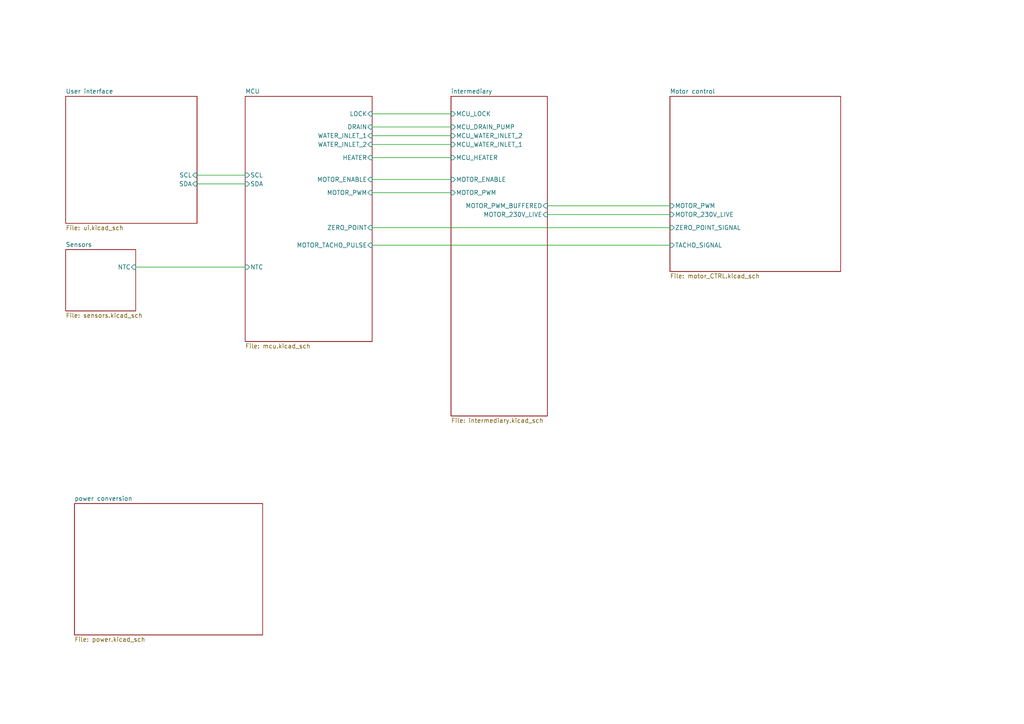
<source format=kicad_sch>
(kicad_sch
	(version 20231120)
	(generator "eeschema")
	(generator_version "8.0")
	(uuid "04df3700-2336-4968-94a0-f94cdd5fda6b")
	(paper "A4")
	(title_block
		(title "Mr. washi")
		(date "2025-06-13")
		(rev "0.1")
		(company "Tttle Buttle Hackathon")
		(comment 1 "Author: mayermakes")
	)
	(lib_symbols)
	(wire
		(pts
			(xy 57.15 50.8) (xy 71.12 50.8)
		)
		(stroke
			(width 0)
			(type default)
		)
		(uuid "00f400ab-3212-4a0d-b59f-319b0a309a7f")
	)
	(wire
		(pts
			(xy 107.95 33.02) (xy 130.81 33.02)
		)
		(stroke
			(width 0)
			(type default)
		)
		(uuid "088dd965-a878-487f-bd95-b29fa911e236")
	)
	(wire
		(pts
			(xy 107.95 66.04) (xy 194.31 66.04)
		)
		(stroke
			(width 0)
			(type default)
		)
		(uuid "0bb8a069-507d-4854-9429-51bd30327f91")
	)
	(wire
		(pts
			(xy 39.37 77.47) (xy 71.12 77.47)
		)
		(stroke
			(width 0)
			(type default)
		)
		(uuid "2bad3c06-4dbd-4563-9507-17f08998c434")
	)
	(wire
		(pts
			(xy 158.75 59.69) (xy 194.31 59.69)
		)
		(stroke
			(width 0)
			(type default)
		)
		(uuid "3f215ccc-6d92-4e67-b2d2-93c886c29188")
	)
	(wire
		(pts
			(xy 57.15 53.34) (xy 71.12 53.34)
		)
		(stroke
			(width 0)
			(type default)
		)
		(uuid "4217bb5a-03fe-4f84-b44a-a557775e43b5")
	)
	(wire
		(pts
			(xy 107.95 36.83) (xy 130.81 36.83)
		)
		(stroke
			(width 0)
			(type default)
		)
		(uuid "4a4323e5-ae39-484b-b827-034f92ea55fc")
	)
	(wire
		(pts
			(xy 158.75 62.23) (xy 194.31 62.23)
		)
		(stroke
			(width 0)
			(type default)
		)
		(uuid "554c538f-0a3b-4fa4-84fe-1afef8df0309")
	)
	(wire
		(pts
			(xy 107.95 71.12) (xy 194.31 71.12)
		)
		(stroke
			(width 0)
			(type default)
		)
		(uuid "7b3d379a-7134-4411-ad8d-0487c85e2ee1")
	)
	(wire
		(pts
			(xy 107.95 39.37) (xy 130.81 39.37)
		)
		(stroke
			(width 0)
			(type default)
		)
		(uuid "7de6a5c3-904d-440e-b452-d4f2fb18a9a6")
	)
	(wire
		(pts
			(xy 107.95 52.07) (xy 130.81 52.07)
		)
		(stroke
			(width 0)
			(type default)
		)
		(uuid "a3154655-dbec-4d2f-9098-42f085ca9f92")
	)
	(wire
		(pts
			(xy 107.95 41.91) (xy 130.81 41.91)
		)
		(stroke
			(width 0)
			(type default)
		)
		(uuid "a92d1cf6-3d5f-4bab-8fb6-a8e2782fb489")
	)
	(wire
		(pts
			(xy 107.95 55.88) (xy 130.81 55.88)
		)
		(stroke
			(width 0)
			(type default)
		)
		(uuid "df2b3087-1162-4759-986b-ed168f20b701")
	)
	(wire
		(pts
			(xy 107.95 45.72) (xy 130.81 45.72)
		)
		(stroke
			(width 0)
			(type default)
		)
		(uuid "e449d002-a204-4d89-bab3-0c061f39b1b3")
	)
	(sheet
		(at 19.05 72.39)
		(size 20.32 17.78)
		(fields_autoplaced yes)
		(stroke
			(width 0.1524)
			(type solid)
		)
		(fill
			(color 0 0 0 0.0000)
		)
		(uuid "1452fc66-60ca-4b26-b520-6fef7c1b0bad")
		(property "Sheetname" "Sensors"
			(at 19.05 71.6784 0)
			(effects
				(font
					(size 1.27 1.27)
				)
				(justify left bottom)
			)
		)
		(property "Sheetfile" "sensors.kicad_sch"
			(at 19.05 90.7546 0)
			(effects
				(font
					(size 1.27 1.27)
				)
				(justify left top)
			)
		)
		(pin "NTC" input
			(at 39.37 77.47 0)
			(effects
				(font
					(size 1.27 1.27)
				)
				(justify right)
			)
			(uuid "45617e99-171c-4ebb-90a0-7dc935cd9deb")
		)
		(instances
			(project "mr_washi"
				(path "/04df3700-2336-4968-94a0-f94cdd5fda6b"
					(page "5")
				)
			)
		)
	)
	(sheet
		(at 19.05 27.94)
		(size 38.1 36.83)
		(fields_autoplaced yes)
		(stroke
			(width 0.1524)
			(type solid)
		)
		(fill
			(color 0 0 0 0.0000)
		)
		(uuid "1fb76f44-1196-40ba-80cd-c6e356accb88")
		(property "Sheetname" "User interface"
			(at 19.05 27.2284 0)
			(effects
				(font
					(size 1.27 1.27)
				)
				(justify left bottom)
			)
		)
		(property "Sheetfile" "ui.kicad_sch"
			(at 19.05 65.3546 0)
			(effects
				(font
					(size 1.27 1.27)
				)
				(justify left top)
			)
		)
		(pin "SDA" input
			(at 57.15 53.34 0)
			(effects
				(font
					(size 1.27 1.27)
				)
				(justify right)
			)
			(uuid "2c6ba989-9f7d-4103-9574-8b685563cbb6")
		)
		(pin "SCL" input
			(at 57.15 50.8 0)
			(effects
				(font
					(size 1.27 1.27)
				)
				(justify right)
			)
			(uuid "da3d1787-57f9-43d5-a88f-ed1b96ff945f")
		)
		(instances
			(project "mr_washi"
				(path "/04df3700-2336-4968-94a0-f94cdd5fda6b"
					(page "8")
				)
			)
		)
	)
	(sheet
		(at 21.59 146.05)
		(size 54.61 38.1)
		(fields_autoplaced yes)
		(stroke
			(width 0.1524)
			(type solid)
		)
		(fill
			(color 0 0 0 0.0000)
		)
		(uuid "461458ab-98ab-4976-862d-bdea04b4580e")
		(property "Sheetname" "power conversion"
			(at 21.59 145.3384 0)
			(effects
				(font
					(size 1.27 1.27)
				)
				(justify left bottom)
			)
		)
		(property "Sheetfile" "power.kicad_sch"
			(at 21.59 184.7346 0)
			(effects
				(font
					(size 1.27 1.27)
				)
				(justify left top)
			)
		)
		(instances
			(project "mr_washi"
				(path "/04df3700-2336-4968-94a0-f94cdd5fda6b"
					(page "6")
				)
			)
		)
	)
	(sheet
		(at 194.31 27.94)
		(size 49.53 50.8)
		(fields_autoplaced yes)
		(stroke
			(width 0.1524)
			(type solid)
		)
		(fill
			(color 0 0 0 0.0000)
		)
		(uuid "750826ae-cf51-43a7-ba39-41313e9c7cf8")
		(property "Sheetname" "Motor control"
			(at 194.31 27.2284 0)
			(effects
				(font
					(size 1.27 1.27)
				)
				(justify left bottom)
			)
		)
		(property "Sheetfile" "motor_CTRL.kicad_sch"
			(at 194.31 79.3246 0)
			(effects
				(font
					(size 1.27 1.27)
				)
				(justify left top)
			)
		)
		(pin "MOTOR_PWM" input
			(at 194.31 59.69 180)
			(effects
				(font
					(size 1.27 1.27)
				)
				(justify left)
			)
			(uuid "f658227b-b8bb-47a5-bbdf-c633351a0b48")
		)
		(pin "MOTOR_230V_LIVE" input
			(at 194.31 62.23 180)
			(effects
				(font
					(size 1.27 1.27)
				)
				(justify left)
			)
			(uuid "b141168e-07c1-4251-818a-eb34249bf746")
		)
		(pin "TACHO_SIGNAL" input
			(at 194.31 71.12 180)
			(effects
				(font
					(size 1.27 1.27)
				)
				(justify left)
			)
			(uuid "8d76c75d-6761-413a-a2a1-e584de54cdcd")
		)
		(pin "ZERO_POINT_SIGNAL" input
			(at 194.31 66.04 180)
			(effects
				(font
					(size 1.27 1.27)
				)
				(justify left)
			)
			(uuid "98360e42-5d47-4cb6-982a-5c578a9a8ff6")
		)
		(instances
			(project "mr_washi"
				(path "/04df3700-2336-4968-94a0-f94cdd5fda6b"
					(page "4")
				)
			)
		)
	)
	(sheet
		(at 130.81 27.94)
		(size 27.94 92.71)
		(fields_autoplaced yes)
		(stroke
			(width 0.1524)
			(type solid)
		)
		(fill
			(color 0 0 0 0.0000)
		)
		(uuid "81836c32-4245-43d8-902c-7d51baca126a")
		(property "Sheetname" "intermediary"
			(at 130.81 27.2284 0)
			(effects
				(font
					(size 1.27 1.27)
				)
				(justify left bottom)
			)
		)
		(property "Sheetfile" "intermediary.kicad_sch"
			(at 130.81 121.2346 0)
			(effects
				(font
					(size 1.27 1.27)
				)
				(justify left top)
			)
		)
		(pin "MCU_LOCK" input
			(at 130.81 33.02 180)
			(effects
				(font
					(size 1.27 1.27)
				)
				(justify left)
			)
			(uuid "15338e5c-1c16-40b8-b879-b3a6935ccb18")
		)
		(pin "MCU_DRAIN_PUMP" input
			(at 130.81 36.83 180)
			(effects
				(font
					(size 1.27 1.27)
				)
				(justify left)
			)
			(uuid "c9230ea3-e235-419a-b6c5-da7291a3e308")
		)
		(pin "MCU_WATER_INLET_2" input
			(at 130.81 39.37 180)
			(effects
				(font
					(size 1.27 1.27)
				)
				(justify left)
			)
			(uuid "3ba2d27c-9a0e-4522-b3ba-2bc25eff95ea")
		)
		(pin "MCU_WATER_INLET_1" input
			(at 130.81 41.91 180)
			(effects
				(font
					(size 1.27 1.27)
				)
				(justify left)
			)
			(uuid "f310ed8c-e090-4600-aaaa-df14b6fda9ee")
		)
		(pin "MCU_HEATER" input
			(at 130.81 45.72 180)
			(effects
				(font
					(size 1.27 1.27)
				)
				(justify left)
			)
			(uuid "87daea84-68bf-4df5-a50c-b791817d4016")
		)
		(pin "MOTOR_ENABLE" input
			(at 130.81 52.07 180)
			(effects
				(font
					(size 1.27 1.27)
				)
				(justify left)
			)
			(uuid "4be58fed-649b-426f-a1b3-ecaa99ea0365")
		)
		(pin "MOTOR_PWM" input
			(at 130.81 55.88 180)
			(effects
				(font
					(size 1.27 1.27)
				)
				(justify left)
			)
			(uuid "71194faf-93d5-4057-81a3-dc7e44a50303")
		)
		(pin "MOTOR_PWM_BUFFERED" input
			(at 158.75 59.69 0)
			(effects
				(font
					(size 1.27 1.27)
				)
				(justify right)
			)
			(uuid "17f8bdf3-bec5-4a49-90df-a4efc0c95cc7")
		)
		(pin "MOTOR_230V_LIVE" input
			(at 158.75 62.23 0)
			(effects
				(font
					(size 1.27 1.27)
				)
				(justify right)
			)
			(uuid "04417579-b9c6-4895-a41b-284c79ef2acf")
		)
		(instances
			(project "mr_washi"
				(path "/04df3700-2336-4968-94a0-f94cdd5fda6b"
					(page "3")
				)
			)
		)
	)
	(sheet
		(at 71.12 27.94)
		(size 36.83 71.12)
		(fields_autoplaced yes)
		(stroke
			(width 0.1524)
			(type solid)
		)
		(fill
			(color 0 0 0 0.0000)
		)
		(uuid "fabb565c-983f-4f0d-964b-8f3a80bb93e0")
		(property "Sheetname" "MCU"
			(at 71.12 27.2284 0)
			(effects
				(font
					(size 1.27 1.27)
				)
				(justify left bottom)
			)
		)
		(property "Sheetfile" "mcu.kicad_sch"
			(at 71.12 99.6446 0)
			(effects
				(font
					(size 1.27 1.27)
				)
				(justify left top)
			)
		)
		(pin "LOCK" input
			(at 107.95 33.02 0)
			(effects
				(font
					(size 1.27 1.27)
				)
				(justify right)
			)
			(uuid "d3722cca-fe09-46a4-8c2c-a30da306b5c7")
		)
		(pin "DRAIN" input
			(at 107.95 36.83 0)
			(effects
				(font
					(size 1.27 1.27)
				)
				(justify right)
			)
			(uuid "30fb4b94-4870-47b8-81db-5d18947a715c")
		)
		(pin "WATER_INLET_1" input
			(at 107.95 39.37 0)
			(effects
				(font
					(size 1.27 1.27)
				)
				(justify right)
			)
			(uuid "054508df-b7d7-4fd1-9845-90df30a88a86")
		)
		(pin "WATER_INLET_2" input
			(at 107.95 41.91 0)
			(effects
				(font
					(size 1.27 1.27)
				)
				(justify right)
			)
			(uuid "bd48f034-22ba-4d31-bc4b-f0bc22965954")
		)
		(pin "HEATER" input
			(at 107.95 45.72 0)
			(effects
				(font
					(size 1.27 1.27)
				)
				(justify right)
			)
			(uuid "d72a1ab4-5c87-4f48-91da-ee090d2d6194")
		)
		(pin "SCL" input
			(at 71.12 50.8 180)
			(effects
				(font
					(size 1.27 1.27)
				)
				(justify left)
			)
			(uuid "9947b245-0a70-4474-9329-c381d6a21dd6")
		)
		(pin "SDA" input
			(at 71.12 53.34 180)
			(effects
				(font
					(size 1.27 1.27)
				)
				(justify left)
			)
			(uuid "db514d10-8060-4243-8962-c9bf4e660c18")
		)
		(pin "MOTOR_PWM" input
			(at 107.95 55.88 0)
			(effects
				(font
					(size 1.27 1.27)
				)
				(justify right)
			)
			(uuid "3b622f43-95ab-4725-9273-f5410ebbefb6")
		)
		(pin "MOTOR_ENABLE" input
			(at 107.95 52.07 0)
			(effects
				(font
					(size 1.27 1.27)
				)
				(justify right)
			)
			(uuid "8728f8ec-4e5c-4922-b45f-839e132348bf")
		)
		(pin "NTC" input
			(at 71.12 77.47 180)
			(effects
				(font
					(size 1.27 1.27)
				)
				(justify left)
			)
			(uuid "961ccc71-39c9-4a20-8306-cba8e6058761")
		)
		(pin "MOTOR_TACHO_PULSE" input
			(at 107.95 71.12 0)
			(effects
				(font
					(size 1.27 1.27)
				)
				(justify right)
			)
			(uuid "f0006408-d30c-4b38-8b00-4296dde18b7d")
		)
		(pin "ZERO_POINT" input
			(at 107.95 66.04 0)
			(effects
				(font
					(size 1.27 1.27)
				)
				(justify right)
			)
			(uuid "f523f8b2-3164-4f30-a86a-77ec463a031f")
		)
		(instances
			(project "mr_washi"
				(path "/04df3700-2336-4968-94a0-f94cdd5fda6b"
					(page "2")
				)
			)
		)
	)
	(sheet_instances
		(path "/"
			(page "1")
		)
	)
)

</source>
